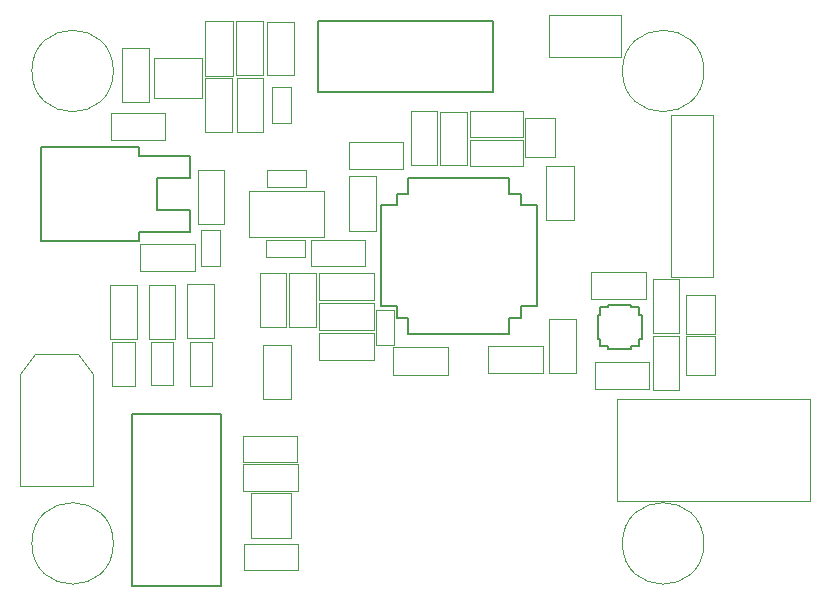
<source format=gbr>
%TF.GenerationSoftware,KiCad,Pcbnew,8.0.6*%
%TF.CreationDate,2025-07-22T18:03:32-04:00*%
%TF.ProjectId,receiver,72656365-6976-4657-922e-6b696361645f,rev?*%
%TF.SameCoordinates,Original*%
%TF.FileFunction,Other,User*%
%FSLAX46Y46*%
G04 Gerber Fmt 4.6, Leading zero omitted, Abs format (unit mm)*
G04 Created by KiCad (PCBNEW 8.0.6) date 2025-07-22 18:03:32*
%MOMM*%
%LPD*%
G01*
G04 APERTURE LIST*
%ADD10C,0.050000*%
%ADD11C,0.152400*%
G04 APERTURE END LIST*
D10*
%TO.C,U3*%
X137662153Y-42777120D02*
X137662153Y-46177120D01*
X137662153Y-46177120D02*
X141762153Y-46177120D01*
X141762153Y-42777120D02*
X137662153Y-42777120D01*
X141762153Y-46177120D02*
X141762153Y-42777120D01*
%TO.C,STM_C9*%
X151664441Y-66092828D02*
X156264441Y-66092828D01*
X151664441Y-68392828D02*
X151664441Y-66092828D01*
X156264441Y-66092828D02*
X156264441Y-68392828D01*
X156264441Y-68392828D02*
X151664441Y-68392828D01*
%TO.C,CSTL_C1*%
X147219786Y-52255967D02*
X150519786Y-52255967D01*
X147219786Y-53715967D02*
X147219786Y-52255967D01*
X150519786Y-52255967D02*
X150519786Y-53715967D01*
X150519786Y-53715967D02*
X147219786Y-53715967D01*
D11*
%TO.C,U4*%
X175259812Y-64576891D02*
X175463012Y-64576891D01*
X175259812Y-66534091D02*
X175259812Y-64576891D01*
X175463012Y-63904491D02*
X176135412Y-63904491D01*
X175463012Y-64576891D02*
X175463012Y-63904491D01*
X175463012Y-66534091D02*
X175259812Y-66534091D01*
X175463012Y-67206491D02*
X175463012Y-66534091D01*
X176135412Y-63701291D02*
X178092612Y-63701291D01*
X176135412Y-63904491D02*
X176135412Y-63701291D01*
X176135412Y-67206491D02*
X175463012Y-67206491D01*
X176135412Y-67409691D02*
X176135412Y-67206491D01*
X178092612Y-63701291D02*
X178092612Y-63904491D01*
X178092612Y-63904491D02*
X178765012Y-63904491D01*
X178092612Y-67206491D02*
X178092612Y-67409691D01*
X178092612Y-67409691D02*
X176135412Y-67409691D01*
X178765012Y-63904491D02*
X178765012Y-64576891D01*
X178765012Y-64576891D02*
X178968212Y-64576891D01*
X178765012Y-66534091D02*
X178765012Y-67206491D01*
X178765012Y-67206491D02*
X178092612Y-67206491D01*
X178968212Y-64576891D02*
X178968212Y-66534091D01*
X178968212Y-66534091D02*
X178765012Y-66534091D01*
%TO.C,PWR_D2*%
D10*
X147636255Y-48271278D02*
X149231242Y-48271278D01*
X149231242Y-45224223D01*
X147636255Y-45224223D01*
X147636255Y-48271278D01*
%TO.C,PWR_C4*%
X134945404Y-41931822D02*
X137245404Y-41931822D01*
X134945404Y-46531822D02*
X134945404Y-41931822D01*
X137245404Y-41931822D02*
X137245404Y-46531822D01*
X137245404Y-46531822D02*
X134945404Y-46531822D01*
%TO.C,JP1*%
X169083149Y-51155232D02*
X169083149Y-47855232D01*
X169083149Y-51155232D02*
X171583149Y-51155232D01*
X171583149Y-47855232D02*
X169083149Y-47855232D01*
X171583149Y-47855232D02*
X171583149Y-51155232D01*
%TO.C,PWR_R5*%
X145226520Y-74771804D02*
X149786520Y-74771804D01*
X145226520Y-77011804D02*
X145226520Y-74771804D01*
X149786520Y-74771804D02*
X149786520Y-77011804D01*
X149786520Y-77011804D02*
X145226520Y-77011804D01*
%TO.C,MLX_C1*%
X174978570Y-68543425D02*
X179578570Y-68543425D01*
X174978570Y-70843425D02*
X174978570Y-68543425D01*
X179578570Y-68543425D02*
X179578570Y-70843425D01*
X179578570Y-70843425D02*
X174978570Y-70843425D01*
%TO.C,HOLES1*%
X134223563Y-43879383D02*
G75*
G02*
X127323563Y-43879383I-3450000J0D01*
G01*
X127323563Y-43879383D02*
G75*
G02*
X134223563Y-43879383I3450000J0D01*
G01*
X134223563Y-83879383D02*
G75*
G02*
X127323563Y-83879383I-3450000J0D01*
G01*
X127323563Y-83879383D02*
G75*
G02*
X134223563Y-83879383I3450000J0D01*
G01*
X184223563Y-43879383D02*
G75*
G02*
X177323563Y-43879383I-3450000J0D01*
G01*
X177323563Y-43879383D02*
G75*
G02*
X184223563Y-43879383I3450000J0D01*
G01*
X184223563Y-83879383D02*
G75*
G02*
X177323563Y-83879383I-3450000J0D01*
G01*
X177323563Y-83879383D02*
G75*
G02*
X184223563Y-83879383I3450000J0D01*
G01*
%TO.C,PWR_J1*%
X126324626Y-69505817D02*
X126324626Y-79005817D01*
X127624626Y-67805817D02*
X126324626Y-69505817D01*
X131224626Y-67805817D02*
X127624626Y-67805817D01*
X131224626Y-67805817D02*
X132524626Y-69505817D01*
X132524626Y-69505817D02*
X132524626Y-79005817D01*
X132524626Y-79005817D02*
X126324626Y-79005817D01*
%TO.C,STM_C3*%
X157921298Y-67289425D02*
X162521298Y-67289425D01*
X157921298Y-69589425D02*
X157921298Y-67289425D01*
X162521298Y-67289425D02*
X162521298Y-69589425D01*
X162521298Y-69589425D02*
X157921298Y-69589425D01*
%TO.C,D3*%
X140710016Y-66838522D02*
X142610016Y-66838522D01*
X140710016Y-70518522D02*
X140710016Y-66838522D01*
X142610016Y-66838522D02*
X142610016Y-70518522D01*
X142610016Y-70518522D02*
X140710016Y-70518522D01*
%TO.C,STM_C4*%
X165973575Y-67189953D02*
X170573575Y-67189953D01*
X165973575Y-69489953D02*
X165973575Y-67189953D01*
X170573575Y-67189953D02*
X170573575Y-69489953D01*
X170573575Y-69489953D02*
X165973575Y-69489953D01*
%TO.C,STM_C1*%
X154182712Y-49911894D02*
X158782712Y-49911894D01*
X154182712Y-52211894D02*
X154182712Y-49911894D01*
X158782712Y-49911894D02*
X158782712Y-52211894D01*
X158782712Y-52211894D02*
X154182712Y-52211894D01*
%TO.C,S_R1*%
X146641726Y-61013919D02*
X148881726Y-61013919D01*
X146641726Y-65573919D02*
X146641726Y-61013919D01*
X148881726Y-61013919D02*
X148881726Y-65573919D01*
X148881726Y-65573919D02*
X146641726Y-65573919D01*
%TO.C,STM_C8*%
X151664441Y-63542221D02*
X156264441Y-63542221D01*
X151664441Y-65842221D02*
X151664441Y-63542221D01*
X156264441Y-63542221D02*
X156264441Y-65842221D01*
X156264441Y-65842221D02*
X151664441Y-65842221D01*
%TO.C,LED_R1*%
X133957166Y-62025084D02*
X136197166Y-62025084D01*
X133957166Y-66585084D02*
X133957166Y-62025084D01*
X136197166Y-62025084D02*
X136197166Y-66585084D01*
X136197166Y-66585084D02*
X133957166Y-66585084D01*
%TO.C,PWR_C5*%
X141987476Y-44446792D02*
X144287476Y-44446792D01*
X141987476Y-49046792D02*
X141987476Y-44446792D01*
X144287476Y-44446792D02*
X144287476Y-49046792D01*
X144287476Y-49046792D02*
X141987476Y-49046792D01*
%TO.C,PWR_R1*%
X141348240Y-52246399D02*
X143588240Y-52246399D01*
X141348240Y-56806399D02*
X141348240Y-52246399D01*
X143588240Y-52246399D02*
X143588240Y-56806399D01*
X143588240Y-56806399D02*
X141348240Y-56806399D01*
D11*
%TO.C,IF1*%
X151574129Y-39634746D02*
X151574129Y-45654546D01*
X151574129Y-45654546D02*
X166331529Y-45654546D01*
X166331529Y-39634746D02*
X151574129Y-39634746D01*
X166331529Y-45654546D02*
X166331529Y-39634746D01*
D10*
%TO.C,S_R4*%
X150997328Y-58161044D02*
X155557328Y-58161044D01*
X150997328Y-60401044D02*
X150997328Y-58161044D01*
X155557328Y-58161044D02*
X155557328Y-60401044D01*
X155557328Y-60401044D02*
X150997328Y-60401044D01*
%TO.C,S_C10*%
X149097597Y-60993919D02*
X151397597Y-60993919D01*
X149097597Y-65593919D02*
X149097597Y-60993919D01*
X151397597Y-60993919D02*
X151397597Y-65593919D01*
X151397597Y-65593919D02*
X149097597Y-65593919D01*
%TO.C,I2C_R2*%
X161909926Y-47321958D02*
X164149926Y-47321958D01*
X161909926Y-51881958D02*
X161909926Y-47321958D01*
X164149926Y-47321958D02*
X164149926Y-51881958D01*
X164149926Y-51881958D02*
X161909926Y-51881958D01*
%TO.C,PWR_R4*%
X144664483Y-44466007D02*
X146904483Y-44466007D01*
X144664483Y-49026007D02*
X144664483Y-44466007D01*
X146904483Y-44466007D02*
X146904483Y-49026007D01*
X146904483Y-49026007D02*
X144664483Y-49026007D01*
%TO.C,STM_R2*%
X164380779Y-47267765D02*
X168940779Y-47267765D01*
X164380779Y-49507765D02*
X164380779Y-47267765D01*
X168940779Y-47267765D02*
X168940779Y-49507765D01*
X168940779Y-49507765D02*
X164380779Y-49507765D01*
%TO.C,J3*%
X171078337Y-39127890D02*
X171078337Y-42727890D01*
X171078337Y-42727890D02*
X177228337Y-42727890D01*
X177228337Y-39127890D02*
X171078337Y-39127890D01*
X177228337Y-42727890D02*
X177228337Y-39127890D01*
%TO.C,S_C7*%
X151651494Y-60991614D02*
X156251494Y-60991614D01*
X151651494Y-63291614D02*
X151651494Y-60991614D01*
X156251494Y-60991614D02*
X156251494Y-63291614D01*
X156251494Y-63291614D02*
X151651494Y-63291614D01*
%TO.C,PWR_D1*%
X141671561Y-60412536D02*
X143266548Y-60412536D01*
X143266548Y-57365481D01*
X141671561Y-57365481D01*
X141671561Y-60412536D01*
%TO.C,DZ1*%
X145161798Y-77176547D02*
X145161798Y-79476547D01*
X145161798Y-77176547D02*
X149861798Y-77176547D01*
X149861798Y-77176547D02*
X149861798Y-79476547D01*
X149861798Y-79476547D02*
X145161798Y-79476547D01*
%TO.C,MLX_A0*%
X182685535Y-66121676D02*
X182685535Y-62821676D01*
X182685535Y-66121676D02*
X185185535Y-66121676D01*
X185185535Y-62821676D02*
X182685535Y-62821676D01*
X185185535Y-62821676D02*
X185185535Y-66121676D01*
%TO.C,LED_R2*%
X137204260Y-61975715D02*
X139444260Y-61975715D01*
X137204260Y-66535715D02*
X137204260Y-61975715D01*
X139444260Y-61975715D02*
X139444260Y-66535715D01*
X139444260Y-66535715D02*
X137204260Y-66535715D01*
%TO.C,PWR_R3*%
X147238603Y-39702007D02*
X149478603Y-39702007D01*
X147238603Y-44262007D02*
X147238603Y-39702007D01*
X149478603Y-39702007D02*
X149478603Y-44262007D01*
X149478603Y-44262007D02*
X147238603Y-44262007D01*
%TO.C,PWR_R2*%
X144643599Y-39682568D02*
X146883599Y-39682568D01*
X144643599Y-44242568D02*
X144643599Y-39682568D01*
X146883599Y-39682568D02*
X146883599Y-44242568D01*
X146883599Y-44242568D02*
X144643599Y-44242568D01*
%TO.C,D2*%
X137395575Y-66827865D02*
X139295575Y-66827865D01*
X137395575Y-70507865D02*
X137395575Y-66827865D01*
X139295575Y-66827865D02*
X139295575Y-70507865D01*
X139295575Y-70507865D02*
X137395575Y-70507865D01*
%TO.C,LED_R3*%
X140467184Y-61931110D02*
X142707184Y-61931110D01*
X140467184Y-66491110D02*
X140467184Y-61931110D01*
X142707184Y-61931110D02*
X142707184Y-66491110D01*
X142707184Y-66491110D02*
X140467184Y-66491110D01*
%TO.C,I2C_R1*%
X159416657Y-47303176D02*
X161656657Y-47303176D01*
X159416657Y-51863176D02*
X159416657Y-47303176D01*
X161656657Y-47303176D02*
X161656657Y-51863176D01*
X161656657Y-51863176D02*
X159416657Y-51863176D01*
%TO.C,PWR_C1*%
X136496034Y-58523929D02*
X141096034Y-58523929D01*
X136496034Y-60823929D02*
X136496034Y-58523929D01*
X141096034Y-58523929D02*
X141096034Y-60823929D01*
X141096034Y-60823929D02*
X136496034Y-60823929D01*
%TO.C,Q2*%
X145847661Y-79608035D02*
X145847661Y-83448035D01*
X145847661Y-83448035D02*
X149247661Y-83448035D01*
X149247661Y-79608035D02*
X145847661Y-79608035D01*
X149247661Y-83448035D02*
X149247661Y-79608035D01*
%TO.C,S_C2*%
X154181844Y-52799983D02*
X156481844Y-52799983D01*
X154181844Y-57399983D02*
X154181844Y-52799983D01*
X156481844Y-52799983D02*
X156481844Y-57399983D01*
X156481844Y-57399983D02*
X154181844Y-57399983D01*
%TO.C,F1*%
X145273815Y-83905422D02*
X149833815Y-83905422D01*
X145273815Y-86145422D02*
X145273815Y-83905422D01*
X149833815Y-83905422D02*
X149833815Y-86145422D01*
X149833815Y-86145422D02*
X145273815Y-86145422D01*
%TO.C,MLX_A1*%
X182701649Y-69585888D02*
X182701649Y-66285888D01*
X182701649Y-69585888D02*
X185201649Y-69585888D01*
X185201649Y-66285888D02*
X182701649Y-66285888D01*
X185201649Y-66285888D02*
X185201649Y-69585888D01*
%TO.C,J2*%
X181434589Y-47576524D02*
X181434589Y-61326524D01*
X181434589Y-61326524D02*
X185034589Y-61326524D01*
X185034589Y-47576524D02*
X181434589Y-47576524D01*
X185034589Y-61326524D02*
X185034589Y-47576524D01*
%TO.C,MLX_R1*%
X179893584Y-61525526D02*
X182133584Y-61525526D01*
X179893584Y-66085526D02*
X179893584Y-61525526D01*
X182133584Y-61525526D02*
X182133584Y-66085526D01*
X182133584Y-66085526D02*
X179893584Y-66085526D01*
D11*
%TO.C,U1*%
X156854391Y-55269273D02*
X158197491Y-55269273D01*
X156854391Y-63785273D02*
X156854391Y-55269273D01*
X158197491Y-54269473D02*
X159197291Y-54269473D01*
X158197491Y-55269273D02*
X158197491Y-54269473D01*
X158197491Y-63785273D02*
X156854391Y-63785273D01*
X158197491Y-64785073D02*
X158197491Y-63785273D01*
X159197291Y-52926373D02*
X167713291Y-52926373D01*
X159197291Y-54269473D02*
X159197291Y-52926373D01*
X159197291Y-64785073D02*
X158197491Y-64785073D01*
X159197291Y-66128173D02*
X159197291Y-64785073D01*
X167713291Y-52926373D02*
X167713291Y-54269473D01*
X167713291Y-54269473D02*
X168713091Y-54269473D01*
X167713291Y-64785073D02*
X167713291Y-66128173D01*
X167713291Y-66128173D02*
X159197291Y-66128173D01*
X168713091Y-54269473D02*
X168713091Y-55269273D01*
X168713091Y-55269273D02*
X170056191Y-55269273D01*
X168713091Y-63785273D02*
X168713091Y-64785073D01*
X168713091Y-64785073D02*
X167713291Y-64785073D01*
X170056191Y-55269273D02*
X170056191Y-63785273D01*
X170056191Y-63785273D02*
X168713091Y-63785273D01*
D10*
%TO.C,MLX_C3*%
X146927387Y-67074531D02*
X149227387Y-67074531D01*
X146927387Y-71674531D02*
X146927387Y-67074531D01*
X149227387Y-67074531D02*
X149227387Y-71674531D01*
X149227387Y-71674531D02*
X146927387Y-71674531D01*
%TO.C,STM_R3*%
X164380779Y-49706667D02*
X168940779Y-49706667D01*
X164380779Y-51946667D02*
X164380779Y-49706667D01*
X168940779Y-49706667D02*
X168940779Y-51946667D01*
X168940779Y-51946667D02*
X164380779Y-51946667D01*
%TO.C,MLX_R2*%
X179887036Y-66291106D02*
X182127036Y-66291106D01*
X179887036Y-70851106D02*
X179887036Y-66291106D01*
X182127036Y-66291106D02*
X182127036Y-70851106D01*
X182127036Y-70851106D02*
X179887036Y-70851106D01*
%TO.C,J1*%
X176899638Y-80292687D02*
X176899638Y-71692687D01*
X176899638Y-80292687D02*
X193199638Y-80292687D01*
X193199638Y-71692687D02*
X176899638Y-71692687D01*
X193199638Y-71692687D02*
X193199638Y-80292687D01*
%TO.C,PWR_C3*%
X142013477Y-39669638D02*
X144313477Y-39669638D01*
X142013477Y-44269638D02*
X142013477Y-39669638D01*
X144313477Y-39669638D02*
X144313477Y-44269638D01*
X144313477Y-44269638D02*
X142013477Y-44269638D01*
%TO.C,D1*%
X134134421Y-66849180D02*
X136034421Y-66849180D01*
X134134421Y-70529180D02*
X134134421Y-66849180D01*
X136034421Y-66849180D02*
X136034421Y-70529180D01*
X136034421Y-70529180D02*
X134134421Y-70529180D01*
%TO.C,PWR_C2*%
X134010048Y-47420026D02*
X138610048Y-47420026D01*
X134010048Y-49720026D02*
X134010048Y-47420026D01*
X138610048Y-47420026D02*
X138610048Y-49720026D01*
X138610048Y-49720026D02*
X134010048Y-49720026D01*
%TO.C,MLX_C2*%
X174701094Y-60886645D02*
X179301094Y-60886645D01*
X174701094Y-63186645D02*
X174701094Y-60886645D01*
X179301094Y-60886645D02*
X179301094Y-63186645D01*
X179301094Y-63186645D02*
X174701094Y-63186645D01*
%TO.C,CSTL_C2*%
X147111119Y-58201564D02*
X150411119Y-58201564D01*
X147111119Y-59661564D02*
X147111119Y-58201564D01*
X150411119Y-58201564D02*
X150411119Y-59661564D01*
X150411119Y-59661564D02*
X147111119Y-59661564D01*
%TO.C,STM_C6*%
X171075878Y-64876368D02*
X173375878Y-64876368D01*
X171075878Y-69476368D02*
X171075878Y-64876368D01*
X173375878Y-64876368D02*
X173375878Y-69476368D01*
X173375878Y-69476368D02*
X171075878Y-69476368D01*
%TO.C,STM_C5*%
X170893004Y-51933197D02*
X173193004Y-51933197D01*
X170893004Y-56533197D02*
X170893004Y-51933197D01*
X173193004Y-51933197D02*
X173193004Y-56533197D01*
X173193004Y-56533197D02*
X170893004Y-56533197D01*
%TO.C,FB1*%
X156483213Y-64144422D02*
X157943213Y-64144422D01*
X156483213Y-67104422D02*
X156483213Y-64144422D01*
X157943213Y-64144422D02*
X157943213Y-67104422D01*
X157943213Y-67104422D02*
X156483213Y-67104422D01*
D11*
%TO.C,SW5*%
X135802657Y-72964414D02*
X135802657Y-87467814D01*
X135802657Y-87467814D02*
X143321057Y-87467814D01*
X143321057Y-72964414D02*
X135802657Y-72964414D01*
X143321057Y-87467814D02*
X143321057Y-72964414D01*
%TO.C,Y1*%
D10*
X152030248Y-57903299D02*
X145745909Y-57903299D01*
X145745909Y-54007197D01*
X152030248Y-54007197D01*
X152030248Y-57903299D01*
D11*
%TO.C,U2*%
X128126742Y-50308192D02*
X136381742Y-50308192D01*
X128126742Y-58258392D02*
X128126742Y-50308192D01*
X136381742Y-50308192D02*
X136381742Y-51040791D01*
X136381742Y-51040791D02*
X140674342Y-51040791D01*
X136381742Y-57525793D02*
X136381742Y-58258392D01*
X136381742Y-58258392D02*
X128126742Y-58258392D01*
X137880342Y-52945791D02*
X137880342Y-55620793D01*
X137880342Y-55620793D02*
X140674342Y-55620793D01*
X140674342Y-51040791D02*
X140674342Y-52945791D01*
X140674342Y-52945791D02*
X137880342Y-52945791D01*
X140674342Y-55620793D02*
X140674342Y-57525793D01*
X140674342Y-57525793D02*
X136381742Y-57525793D01*
%TD*%
M02*

</source>
